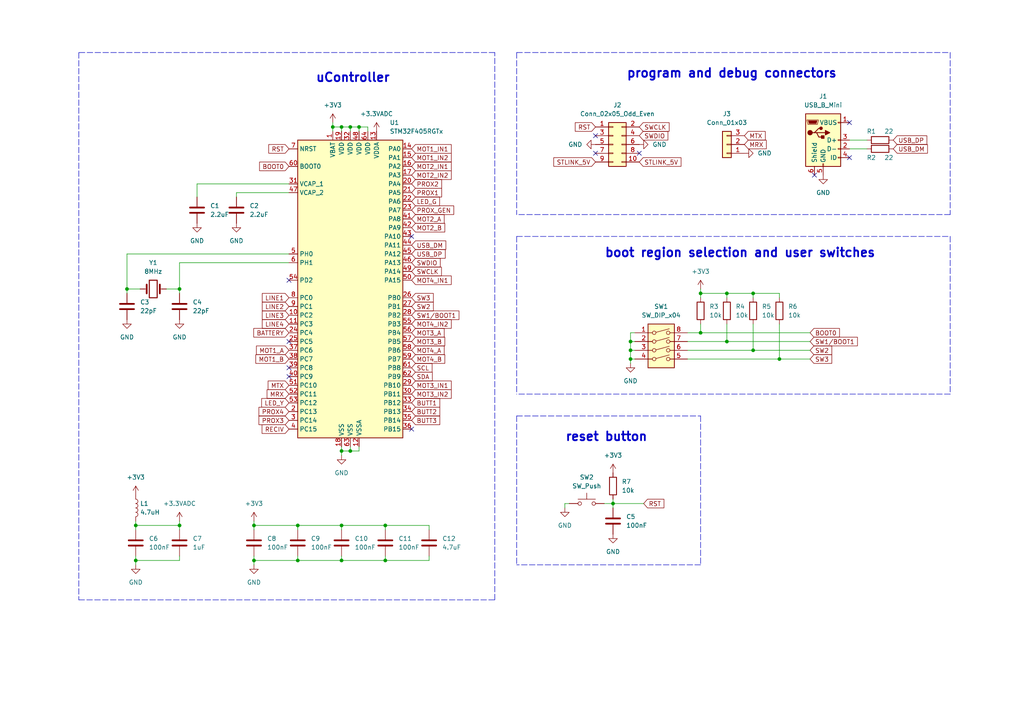
<source format=kicad_sch>
(kicad_sch (version 20211123) (generator eeschema)
  (paper "A4")
  (lib_symbols
    (symbol "Connector:USB_B_Mini" (pin_names (offset 1.016))
      (property "Reference" "J" (at -5.08 11.43 0))
      (property "Value" "USB_B_Mini" (at -5.08 8.89 0))
      (symbol "USB_B_Mini_0_1"
        (rectangle (start -5.08 -7.62) (end 5.08 7.62) (stroke (width 0.254)) (fill (type background)))
        (circle (center -3.81 2.159) (radius 0.635) (stroke (width 0.254)) (fill (type outline)))
        (circle (center -0.635 3.429) (radius 0.381) (stroke (width 0.254)) (fill (type outline)))
        (rectangle (start -0.127 -7.62) (end 0.127 -6.858))
        (polyline (pts (xy -1.905 2.159) (xy 0.635 2.159)) (stroke (width 0.254)))
        (polyline (pts (xy -3.175 2.159) (xy -2.54 2.159) (xy -1.27 3.429) (xy -0.635 3.429)) (stroke (width 0.254)))
        (polyline (pts (xy -2.54 2.159) (xy -1.905 2.159) (xy -1.27 0.889) (xy 0 0.889)) (stroke (width 0.254)))
        (polyline (pts (xy 0.635 2.794) (xy 0.635 1.524) (xy 1.905 2.159) (xy 0.635 2.794)) (stroke (width 0.254)) (fill (type outline)))
        (polyline (pts (xy -4.318 5.588) (xy -1.778 5.588) (xy -2.032 4.826) (xy -4.064 4.826) (xy -4.318 5.588)) (fill (type outline)))
        (polyline (pts (xy -4.699 5.842) (xy -4.699 5.588) (xy -4.445 4.826) (xy -4.445 4.572) (xy -1.651 4.572) (xy -1.651 4.826) (xy -1.397 5.588) (xy -1.397 5.842) (xy -4.699 5.842)))
        (rectangle (start 0.254 1.27) (end -0.508 0.508) (stroke (width 0.254)) (fill (type outline)))
        (rectangle (start 5.08 -5.207) (end 4.318 -4.953))
        (rectangle (start 5.08 -2.667) (end 4.318 -2.413))
        (rectangle (start 5.08 -0.127) (end 4.318 0.127))
        (rectangle (start 5.08 4.953) (end 4.318 5.207))
      )
      (symbol "USB_B_Mini_1_1"
        (pin power_out line (at 7.62 5.08 180) (length 2.54) (name "VBUS") (number "1"))
        (pin bidirectional line (at 7.62 -2.54 180) (length 2.54) (name "D-") (number "2"))
        (pin bidirectional line (at 7.62 0 180) (length 2.54) (name "D+") (number "3"))
        (pin passive line (at 7.62 -5.08 180) (length 2.54) (name "ID") (number "4"))
        (pin power_out line (at 0 -10.16 90) (length 2.54) (name "GND") (number "5"))
        (pin passive line (at -2.54 -10.16 90) (length 2.54) (name "Shield") (number "6"))
      )
    )
    (symbol "Connector_Generic:Conn_01x03" (pin_names (offset 1.016) hide)
      (property "Reference" "J" (at 0 5.08 0))
      (property "Value" "Conn_01x03" (at 0 -5.08 0))
      (symbol "Conn_01x03_1_1"
        (rectangle (start -1.27 -2.413) (end 0 -2.667) (stroke (width 0.1524)))
        (rectangle (start -1.27 0.127) (end 0 -0.127) (stroke (width 0.1524)))
        (rectangle (start -1.27 2.667) (end 0 2.413) (stroke (width 0.1524)))
        (rectangle (start -1.27 3.81) (end 1.27 -3.81) (stroke (width 0.254)) (fill (type background)))
        (pin passive line (at -5.08 2.54 0) (length 3.81) (name "Pin_1") (number "1"))
        (pin passive line (at -5.08 0 0) (length 3.81) (name "Pin_2") (number "2"))
        (pin passive line (at -5.08 -2.54 0) (length 3.81) (name "Pin_3") (number "3"))
      )
    )
    (symbol "Connector_Generic:Conn_02x05_Odd_Even" (pin_names (offset 1.016) hide)
      (property "Reference" "J" (at 1.27 7.62 0))
      (property "Value" "Conn_02x05_Odd_Even" (at 1.27 -7.62 0))
      (symbol "Conn_02x05_Odd_Even_1_1"
        (rectangle (start -1.27 -4.953) (end 0 -5.207) (stroke (width 0.1524)))
        (rectangle (start -1.27 -2.413) (end 0 -2.667) (stroke (width 0.1524)))
        (rectangle (start -1.27 0.127) (end 0 -0.127) (stroke (width 0.1524)))
        (rectangle (start -1.27 2.667) (end 0 2.413) (stroke (width 0.1524)))
        (rectangle (start -1.27 5.207) (end 0 4.953) (stroke (width 0.1524)))
        (rectangle (start -1.27 6.35) (end 3.81 -6.35) (stroke (width 0.254)) (fill (type background)))
        (rectangle (start 3.81 -4.953) (end 2.54 -5.207) (stroke (width 0.1524)))
        (rectangle (start 3.81 -2.413) (end 2.54 -2.667) (stroke (width 0.1524)))
        (rectangle (start 3.81 0.127) (end 2.54 -0.127) (stroke (width 0.1524)))
        (rectangle (start 3.81 2.667) (end 2.54 2.413) (stroke (width 0.1524)))
        (rectangle (start 3.81 5.207) (end 2.54 4.953) (stroke (width 0.1524)))
        (pin passive line (at -5.08 5.08 0) (length 3.81) (name "Pin_1") (number "1"))
        (pin passive line (at 7.62 -5.08 180) (length 3.81) (name "Pin_10") (number "10"))
        (pin passive line (at 7.62 5.08 180) (length 3.81) (name "Pin_2") (number "2"))
        (pin passive line (at -5.08 2.54 0) (length 3.81) (name "Pin_3") (number "3"))
        (pin passive line (at 7.62 2.54 180) (length 3.81) (name "Pin_4") (number "4"))
        (pin passive line (at -5.08 0 0) (length 3.81) (name "Pin_5") (number "5"))
        (pin passive line (at 7.62 0 180) (length 3.81) (name "Pin_6") (number "6"))
        (pin passive line (at -5.08 -2.54 0) (length 3.81) (name "Pin_7") (number "7"))
        (pin passive line (at 7.62 -2.54 180) (length 3.81) (name "Pin_8") (number "8"))
        (pin passive line (at -5.08 -5.08 0) (length 3.81) (name "Pin_9") (number "9"))
      )
    )
    (symbol "Device:C" (pin_numbers hide) (pin_names (offset 0.254))
      (property "Reference" "C" (at 0.635 2.54 0))
      (property "Value" "C" (at 0.635 -2.54 0))
      (symbol "C_0_1"
        (polyline (pts (xy -2.032 -0.762) (xy 2.032 -0.762)) (stroke (width 0.508)))
        (polyline (pts (xy -2.032 0.762) (xy 2.032 0.762)) (stroke (width 0.508)))
      )
      (symbol "C_1_1"
        (pin passive line (at 0 3.81 270) (length 2.794) (name "~") (number "1"))
        (pin passive line (at 0 -3.81 90) (length 2.794) (name "~") (number "2"))
      )
    )
    (symbol "Device:Crystal" (pin_numbers hide) (pin_names (offset 1.016) hide)
      (property "Reference" "Y" (at 0 3.81 0))
      (property "Value" "Crystal" (at 0 -3.81 0))
      (symbol "Crystal_0_1"
        (rectangle (start -1.143 2.54) (end 1.143 -2.54) (stroke (width 0.3048)))
        (polyline (pts (xy -2.54 0) (xy -1.905 0)))
        (polyline (pts (xy -1.905 -1.27) (xy -1.905 1.27)) (stroke (width 0.508)))
        (polyline (pts (xy 1.905 -1.27) (xy 1.905 1.27)) (stroke (width 0.508)))
        (polyline (pts (xy 2.54 0) (xy 1.905 0)))
      )
      (symbol "Crystal_1_1"
        (pin passive line (at -3.81 0 0) (length 1.27) (name "1") (number "1"))
        (pin passive line (at 3.81 0 180) (length 1.27) (name "2") (number "2"))
      )
    )
    (symbol "Device:L" (pin_numbers hide) (pin_names (offset 1.016) hide)
      (property "Reference" "L" (at -1.27 0 90))
      (property "Value" "L" (at 1.905 0 90))
      (symbol "L_0_1"
        (arc (start 0 -2.54) (mid 0.635 -1.905) (end 0 -1.27))
        (arc (start 0 -1.27) (mid 0.635 -0.635) (end 0 0))
        (arc (start 0 0) (mid 0.635 0.635) (end 0 1.27))
        (arc (start 0 1.27) (mid 0.635 1.905) (end 0 2.54))
      )
      (symbol "L_1_1"
        (pin passive line (at 0 3.81 270) (length 1.27) (name "1") (number "1"))
        (pin passive line (at 0 -3.81 90) (length 1.27) (name "2") (number "2"))
      )
    )
    (symbol "Device:R" (pin_numbers hide) (pin_names (offset 0))
      (property "Reference" "R" (at 2.032 0 90))
      (property "Value" "R" (at 0 0 90))
      (symbol "R_0_1"
        (rectangle (start -1.016 -2.54) (end 1.016 2.54) (stroke (width 0.254)))
      )
      (symbol "R_1_1"
        (pin passive line (at 0 3.81 270) (length 1.27) (name "~") (number "1"))
        (pin passive line (at 0 -3.81 90) (length 1.27) (name "~") (number "2"))
      )
    )
    (symbol "MCU_ST_STM32F4:STM32F405RGTx"
      (property "Reference" "U" (at -15.24 44.45 0))
      (property "Value" "STM32F405RGTx" (at 10.16 44.45 0))
      (symbol "STM32F405RGTx_0_1"
        (rectangle (start -15.24 -43.18) (end 15.24 43.18) (stroke (width 0.254)) (fill (type background)))
      )
      (symbol "STM32F405RGTx_1_1"
        (pin power_in line (at -5.08 45.72 270) (length 2.54) (name "VBAT") (number "1"))
        (pin bidirectional line (at -17.78 -7.62 0) (length 2.54) (name "PC2") (number "10"))
        (pin bidirectional line (at -17.78 -10.16 0) (length 2.54) (name "PC3") (number "11"))
        (pin power_in line (at 2.54 -45.72 90) (length 2.54) (name "VSSA") (number "12"))
        (pin power_in line (at 7.62 45.72 270) (length 2.54) (name "VDDA") (number "13"))
        (pin bidirectional line (at 17.78 40.64 180) (length 2.54) (name "PA0") (number "14"))
        (pin bidirectional line (at 17.78 38.1 180) (length 2.54) (name "PA1") (number "15"))
        (pin bidirectional line (at 17.78 35.56 180) (length 2.54) (name "PA2") (number "16"))
        (pin bidirectional line (at 17.78 33.02 180) (length 2.54) (name "PA3") (number "17"))
        (pin power_in line (at -2.54 -45.72 90) (length 2.54) (name "VSS") (number "18"))
        (pin power_in line (at -2.54 45.72 270) (length 2.54) (name "VDD") (number "19"))
        (pin bidirectional line (at -17.78 -35.56 0) (length 2.54) (name "PC13") (number "2"))
        (pin bidirectional line (at 17.78 30.48 180) (length 2.54) (name "PA4") (number "20"))
        (pin bidirectional line (at 17.78 27.94 180) (length 2.54) (name "PA5") (number "21"))
        (pin bidirectional line (at 17.78 25.4 180) (length 2.54) (name "PA6") (number "22"))
        (pin bidirectional line (at 17.78 22.86 180) (length 2.54) (name "PA7") (number "23"))
        (pin bidirectional line (at -17.78 -12.7 0) (length 2.54) (name "PC4") (number "24"))
        (pin bidirectional line (at -17.78 -15.24 0) (length 2.54) (name "PC5") (number "25"))
        (pin bidirectional line (at 17.78 -2.54 180) (length 2.54) (name "PB0") (number "26"))
        (pin bidirectional line (at 17.78 -5.08 180) (length 2.54) (name "PB1") (number "27"))
        (pin bidirectional line (at 17.78 -7.62 180) (length 2.54) (name "PB2") (number "28"))
        (pin bidirectional line (at 17.78 -27.94 180) (length 2.54) (name "PB10") (number "29"))
        (pin bidirectional line (at -17.78 -38.1 0) (length 2.54) (name "PC14") (number "3"))
        (pin bidirectional line (at 17.78 -30.48 180) (length 2.54) (name "PB11") (number "30"))
        (pin power_in line (at -17.78 30.48 0) (length 2.54) (name "VCAP_1") (number "31"))
        (pin power_in line (at 0 45.72 270) (length 2.54) (name "VDD") (number "32"))
        (pin bidirectional line (at 17.78 -33.02 180) (length 2.54) (name "PB12") (number "33"))
        (pin bidirectional line (at 17.78 -35.56 180) (length 2.54) (name "PB13") (number "34"))
        (pin bidirectional line (at 17.78 -38.1 180) (length 2.54) (name "PB14") (number "35"))
        (pin bidirectional line (at 17.78 -40.64 180) (length 2.54) (name "PB15") (number "36"))
        (pin bidirectional line (at -17.78 -17.78 0) (length 2.54) (name "PC6") (number "37"))
        (pin bidirectional line (at -17.78 -20.32 0) (length 2.54) (name "PC7") (number "38"))
        (pin bidirectional line (at -17.78 -22.86 0) (length 2.54) (name "PC8") (number "39"))
        (pin bidirectional line (at -17.78 -40.64 0) (length 2.54) (name "PC15") (number "4"))
        (pin bidirectional line (at -17.78 -25.4 0) (length 2.54) (name "PC9") (number "40"))
        (pin bidirectional line (at 17.78 20.32 180) (length 2.54) (name "PA8") (number "41"))
        (pin bidirectional line (at 17.78 17.78 180) (length 2.54) (name "PA9") (number "42"))
        (pin bidirectional line (at 17.78 15.24 180) (length 2.54) (name "PA10") (number "43"))
        (pin bidirectional line (at 17.78 12.7 180) (length 2.54) (name "PA11") (number "44"))
        (pin bidirectional line (at 17.78 10.16 180) (length 2.54) (name "PA12") (number "45"))
        (pin bidirectional line (at 17.78 7.62 180) (length 2.54) (name "PA13") (number "46"))
        (pin power_in line (at -17.78 27.94 0) (length 2.54) (name "VCAP_2") (number "47"))
        (pin power_in line (at 2.54 45.72 270) (length 2.54) (name "VDD") (number "48"))
        (pin bidirectional line (at 17.78 5.08 180) (length 2.54) (name "PA14") (number "49"))
        (pin input line (at -17.78 10.16 0) (length 2.54) (name "PH0") (number "5"))
        (pin bidirectional line (at 17.78 2.54 180) (length 2.54) (name "PA15") (number "50"))
        (pin bidirectional line (at -17.78 -27.94 0) (length 2.54) (name "PC10") (number "51"))
        (pin bidirectional line (at -17.78 -30.48 0) (length 2.54) (name "PC11") (number "52"))
        (pin bidirectional line (at -17.78 -33.02 0) (length 2.54) (name "PC12") (number "53"))
        (pin bidirectional line (at -17.78 2.54 0) (length 2.54) (name "PD2") (number "54"))
        (pin bidirectional line (at 17.78 -10.16 180) (length 2.54) (name "PB3") (number "55"))
        (pin bidirectional line (at 17.78 -12.7 180) (length 2.54) (name "PB4") (number "56"))
        (pin bidirectional line (at 17.78 -15.24 180) (length 2.54) (name "PB5") (number "57"))
        (pin bidirectional line (at 17.78 -17.78 180) (length 2.54) (name "PB6") (number "58"))
        (pin bidirectional line (at 17.78 -20.32 180) (length 2.54) (name "PB7") (number "59"))
        (pin input line (at -17.78 7.62 0) (length 2.54) (name "PH1") (number "6"))
        (pin input line (at -17.78 35.56 0) (length 2.54) (name "BOOT0") (number "60"))
        (pin bidirectional line (at 17.78 -22.86 180) (length 2.54) (name "PB8") (number "61"))
        (pin bidirectional line (at 17.78 -25.4 180) (length 2.54) (name "PB9") (number "62"))
        (pin power_in line (at 0 -45.72 90) (length 2.54) (name "VSS") (number "63"))
        (pin power_in line (at 5.08 45.72 270) (length 2.54) (name "VDD") (number "64"))
        (pin input line (at -17.78 40.64 0) (length 2.54) (name "NRST") (number "7"))
        (pin bidirectional line (at -17.78 -2.54 0) (length 2.54) (name "PC0") (number "8"))
        (pin bidirectional line (at -17.78 -5.08 0) (length 2.54) (name "PC1") (number "9"))
      )
    )
    (symbol "Switch:SW_DIP_x04" (pin_names (offset 0) hide)
      (property "Reference" "SW" (at 0 8.89 0))
      (property "Value" "SW_DIP_x04" (at 0 -6.35 0))
      (symbol "SW_DIP_x04_0_0"
        (circle (center -2.032 -2.54) (radius 0.508))
        (circle (center -2.032 0) (radius 0.508))
        (circle (center -2.032 2.54) (radius 0.508))
        (circle (center -2.032 5.08) (radius 0.508))
        (polyline (pts (xy -1.524 -2.3876) (xy 2.3622 -1.3462)))
        (polyline (pts (xy -1.524 0.127) (xy 2.3622 1.1684)))
        (polyline (pts (xy -1.524 2.667) (xy 2.3622 3.7084)))
        (polyline (pts (xy -1.524 5.207) (xy 2.3622 6.2484)))
        (circle (center 2.032 -2.54) (radius 0.508))
        (circle (center 2.032 0) (radius 0.508))
        (circle (center 2.032 2.54) (radius 0.508))
        (circle (center 2.032 5.08) (radius 0.508))
      )
      (symbol "SW_DIP_x04_0_1"
        (rectangle (start -3.81 7.62) (end 3.81 -5.08) (stroke (width 0.254)) (fill (type background)))
      )
      (symbol "SW_DIP_x04_1_1"
        (pin passive line (at -7.62 5.08 0) (length 5.08) (name "~") (number "1"))
        (pin passive line (at -7.62 2.54 0) (length 5.08) (name "~") (number "2"))
        (pin passive line (at -7.62 0 0) (length 5.08) (name "~") (number "3"))
        (pin passive line (at -7.62 -2.54 0) (length 5.08) (name "~") (number "4"))
        (pin passive line (at 7.62 -2.54 180) (length 5.08) (name "~") (number "5"))
        (pin passive line (at 7.62 0 180) (length 5.08) (name "~") (number "6"))
        (pin passive line (at 7.62 2.54 180) (length 5.08) (name "~") (number "7"))
        (pin passive line (at 7.62 5.08 180) (length 5.08) (name "~") (number "8"))
      )
    )
    (symbol "Switch:SW_Push" (pin_numbers hide) (pin_names (offset 1.016) hide)
      (property "Reference" "SW" (at 1.27 2.54 0))
      (property "Value" "SW_Push" (at 0 -1.524 0))
      (symbol "SW_Push_0_1"
        (circle (center -2.032 0) (radius 0.508))
        (polyline (pts (xy 0 1.27) (xy 0 3.048)))
        (polyline (pts (xy 2.54 1.27) (xy -2.54 1.27)))
        (circle (center 2.032 0) (radius 0.508))
        (pin passive line (at -5.08 0 0) (length 2.54) (name "1") (number "1"))
        (pin passive line (at 5.08 0 180) (length 2.54) (name "2") (number "2"))
      )
    )
    (symbol "power:+3.3V" (power) (pin_names (offset 0))
      (property "Value" "+3.3V" (at 0 3.556 0))
      (symbol "+3.3V_0_1"
        (polyline (pts (xy -0.762 1.27) (xy 0 2.54)))
        (polyline (pts (xy 0 0) (xy 0 2.54)))
        (polyline (pts (xy 0 2.54) (xy 0.762 1.27)))
      )
      (symbol "+3.3V_1_1"
        (pin power_in line (at 0 0 90) (length 0) hide (name "+3V3") (number "1"))
      )
    )
    (symbol "power:+3.3VADC" (power) (pin_names (offset 0))
      (property "Value" "+3.3VADC" (at 0 2.54 0))
      (symbol "+3.3VADC_0_0"
        (pin power_in line (at 0 0 90) (length 0) hide (name "+3.3VADC") (number "1"))
      )
      (symbol "+3.3VADC_0_1"
        (polyline (pts (xy -0.762 1.27) (xy 0 2.54)))
        (polyline (pts (xy 0 0) (xy 0 2.54)))
        (polyline (pts (xy 0 2.54) (xy 0.762 1.27)))
      )
    )
    (symbol "power:GND" (power) (pin_names (offset 0))
      (property "Value" "GND" (at 0 -3.81 0))
      (symbol "GND_0_1"
        (polyline (pts (xy 0 0) (xy 0 -1.27) (xy 1.27 -1.27) (xy 0 -2.54) (xy -1.27 -1.27) (xy 0 -1.27)))
      )
      (symbol "GND_1_1"
        (pin power_in line (at 0 0 270) (length 0) hide (name "GND") (number "1"))
      )
    )
  )
  (junction (at 52.07 83.82))
  (junction (at 99.06 162.56))
  (junction (at 182.88 99.06))
  (junction (at 86.36 152.4))
  (junction (at 218.44 85.09))
  (junction (at 99.06 152.4))
  (junction (at 101.6 130.81))
  (junction (at 210.82 99.06))
  (junction (at 203.2 96.52))
  (junction (at 203.2 85.09))
  (junction (at 177.8 146.05))
  (junction (at 99.06 130.81))
  (junction (at 73.66 162.56))
  (junction (at 39.37 162.56))
  (junction (at 39.37 152.4))
  (junction (at 99.06 36.83))
  (junction (at 182.88 104.14))
  (junction (at 52.07 152.4))
  (junction (at 111.76 162.56))
  (junction (at 101.6 36.83))
  (junction (at 210.82 85.09))
  (junction (at 226.06 104.14))
  (junction (at 111.76 152.4))
  (junction (at 218.44 101.6))
  (junction (at 36.83 83.82))
  (junction (at 182.88 101.6))
  (junction (at 96.52 36.83))
  (junction (at 73.66 152.4))
  (junction (at 104.14 36.83))
  (junction (at 86.36 162.56))
  (no_connect (at 236.22 50.8))
  (no_connect (at 83.82 99.06))
  (no_connect (at 119.38 68.58))
  (no_connect (at 172.72 39.37))
  (no_connect (at 185.42 44.45))
  (no_connect (at 172.72 44.45))
  (no_connect (at 119.38 124.46))
  (no_connect (at 246.38 45.72))
  (no_connect (at 246.38 35.56))
  (no_connect (at 83.82 109.22))
  (no_connect (at 83.82 106.68))
  (no_connect (at 83.82 81.28))
  (polyline (pts (xy 203.2 120.65) (xy 203.2 163.83)))
  (wire (pts (xy 199.39 104.14) (xy 226.06 104.14)))
  (wire (pts (xy 182.88 104.14) (xy 182.88 101.6)))
  (wire (pts (xy 203.2 85.09) (xy 210.82 85.09)))
  (wire (pts (xy 182.88 105.41) (xy 182.88 104.14)))
  (wire (pts (xy 52.07 161.29) (xy 52.07 162.56)))
  (wire (pts (xy 99.06 152.4) (xy 99.06 153.67)))
  (wire (pts (xy 101.6 36.83) (xy 104.14 36.83)))
  (wire (pts (xy 210.82 85.09) (xy 210.82 86.36)))
  (wire (pts (xy 210.82 85.09) (xy 218.44 85.09)))
  (polyline (pts (xy 275.59 15.24) (xy 275.59 62.23)))
  (wire (pts (xy 52.07 83.82) (xy 52.07 85.09)))
  (wire (pts (xy 218.44 85.09) (xy 226.06 85.09)))
  (polyline (pts (xy 203.2 163.83) (xy 149.86 163.83)))
  (wire (pts (xy 52.07 151.13) (xy 52.07 152.4)))
  (polyline (pts (xy 149.86 68.58) (xy 275.59 68.58)))
  (wire (pts (xy 68.58 57.15) (xy 68.58 55.88)))
  (wire (pts (xy 163.83 146.05) (xy 165.1 146.05)))
  (wire (pts (xy 182.88 99.06) (xy 182.88 96.52)))
  (wire (pts (xy 218.44 101.6) (xy 218.44 93.98)))
  (wire (pts (xy 73.66 151.13) (xy 73.66 152.4)))
  (polyline (pts (xy 275.59 114.3) (xy 149.86 114.3)))
  (wire (pts (xy 111.76 152.4) (xy 111.76 153.67)))
  (wire (pts (xy 48.26 83.82) (xy 52.07 83.82)))
  (wire (pts (xy 104.14 36.83) (xy 106.68 36.83)))
  (wire (pts (xy 218.44 85.09) (xy 218.44 86.36)))
  (polyline (pts (xy 22.86 15.24) (xy 22.86 173.99)))
  (wire (pts (xy 182.88 104.14) (xy 184.15 104.14)))
  (wire (pts (xy 111.76 152.4) (xy 124.46 152.4)))
  (polyline (pts (xy 143.51 15.24) (xy 22.86 15.24)))
  (wire (pts (xy 101.6 36.83) (xy 101.6 38.1)))
  (wire (pts (xy 52.07 152.4) (xy 52.07 153.67)))
  (wire (pts (xy 182.88 96.52) (xy 184.15 96.52)))
  (wire (pts (xy 73.66 161.29) (xy 73.66 162.56)))
  (wire (pts (xy 36.83 83.82) (xy 40.64 83.82)))
  (wire (pts (xy 99.06 161.29) (xy 99.06 162.56)))
  (wire (pts (xy 124.46 161.29) (xy 124.46 162.56)))
  (wire (pts (xy 226.06 104.14) (xy 234.95 104.14)))
  (wire (pts (xy 36.83 73.66) (xy 36.83 83.82)))
  (wire (pts (xy 111.76 161.29) (xy 111.76 162.56)))
  (wire (pts (xy 39.37 151.13) (xy 39.37 152.4)))
  (wire (pts (xy 101.6 130.81) (xy 104.14 130.81)))
  (wire (pts (xy 96.52 36.83) (xy 99.06 36.83)))
  (polyline (pts (xy 149.86 120.65) (xy 149.86 163.83)))
  (wire (pts (xy 86.36 152.4) (xy 86.36 153.67)))
  (wire (pts (xy 124.46 162.56) (xy 111.76 162.56)))
  (wire (pts (xy 177.8 146.05) (xy 177.8 147.32)))
  (wire (pts (xy 106.68 36.83) (xy 106.68 38.1)))
  (wire (pts (xy 99.06 162.56) (xy 86.36 162.56)))
  (wire (pts (xy 73.66 162.56) (xy 73.66 163.83)))
  (wire (pts (xy 39.37 152.4) (xy 39.37 153.67)))
  (wire (pts (xy 83.82 73.66) (xy 36.83 73.66)))
  (wire (pts (xy 203.2 85.09) (xy 203.2 86.36)))
  (wire (pts (xy 96.52 36.83) (xy 96.52 38.1)))
  (wire (pts (xy 163.83 147.32) (xy 163.83 146.05)))
  (wire (pts (xy 39.37 162.56) (xy 52.07 162.56)))
  (wire (pts (xy 86.36 162.56) (xy 73.66 162.56)))
  (wire (pts (xy 203.2 93.98) (xy 203.2 96.52)))
  (wire (pts (xy 199.39 101.6) (xy 218.44 101.6)))
  (wire (pts (xy 73.66 152.4) (xy 73.66 153.67)))
  (wire (pts (xy 83.82 53.34) (xy 57.15 53.34)))
  (wire (pts (xy 96.52 35.56) (xy 96.52 36.83)))
  (wire (pts (xy 52.07 83.82) (xy 52.07 76.2)))
  (wire (pts (xy 99.06 129.54) (xy 99.06 130.81)))
  (wire (pts (xy 251.46 40.64) (xy 246.38 40.64)))
  (wire (pts (xy 182.88 101.6) (xy 182.88 99.06)))
  (polyline (pts (xy 275.59 62.23) (xy 149.86 62.23)))
  (polyline (pts (xy 149.86 120.65) (xy 203.2 120.65)))
  (wire (pts (xy 177.8 144.78) (xy 177.8 146.05)))
  (wire (pts (xy 226.06 85.09) (xy 226.06 86.36)))
  (wire (pts (xy 182.88 99.06) (xy 184.15 99.06)))
  (wire (pts (xy 210.82 93.98) (xy 210.82 99.06)))
  (wire (pts (xy 86.36 161.29) (xy 86.36 162.56)))
  (wire (pts (xy 39.37 161.29) (xy 39.37 162.56)))
  (polyline (pts (xy 22.86 173.99) (xy 143.51 173.99)))
  (polyline (pts (xy 149.86 15.24) (xy 149.86 62.23)))
  (wire (pts (xy 104.14 36.83) (xy 104.14 38.1)))
  (wire (pts (xy 52.07 76.2) (xy 83.82 76.2)))
  (wire (pts (xy 101.6 129.54) (xy 101.6 130.81)))
  (wire (pts (xy 99.06 36.83) (xy 99.06 38.1)))
  (polyline (pts (xy 275.59 68.58) (xy 275.59 114.3)))
  (wire (pts (xy 203.2 96.52) (xy 234.95 96.52)))
  (wire (pts (xy 39.37 162.56) (xy 39.37 163.83)))
  (wire (pts (xy 99.06 130.81) (xy 99.06 132.08)))
  (wire (pts (xy 199.39 96.52) (xy 203.2 96.52)))
  (wire (pts (xy 86.36 152.4) (xy 99.06 152.4)))
  (wire (pts (xy 99.06 152.4) (xy 111.76 152.4)))
  (wire (pts (xy 104.14 129.54) (xy 104.14 130.81)))
  (polyline (pts (xy 149.86 15.24) (xy 275.59 15.24)))
  (wire (pts (xy 199.39 99.06) (xy 210.82 99.06)))
  (wire (pts (xy 111.76 162.56) (xy 99.06 162.56)))
  (polyline (pts (xy 143.51 173.99) (xy 143.51 15.24)))
  (polyline (pts (xy 149.86 68.58) (xy 149.86 114.3)))
  (wire (pts (xy 73.66 152.4) (xy 86.36 152.4)))
  (wire (pts (xy 124.46 152.4) (xy 124.46 153.67)))
  (wire (pts (xy 218.44 101.6) (xy 234.95 101.6)))
  (wire (pts (xy 99.06 130.81) (xy 101.6 130.81)))
  (wire (pts (xy 99.06 36.83) (xy 101.6 36.83)))
  (wire (pts (xy 251.46 43.18) (xy 246.38 43.18)))
  (wire (pts (xy 68.58 55.88) (xy 83.82 55.88)))
  (wire (pts (xy 175.26 146.05) (xy 177.8 146.05)))
  (wire (pts (xy 203.2 83.82) (xy 203.2 85.09)))
  (wire (pts (xy 226.06 104.14) (xy 226.06 93.98)))
  (wire (pts (xy 36.83 83.82) (xy 36.83 85.09)))
  (wire (pts (xy 177.8 146.05) (xy 186.69 146.05)))
  (wire (pts (xy 182.88 101.6) (xy 184.15 101.6)))
  (wire (pts (xy 210.82 99.06) (xy 234.95 99.06)))
  (wire (pts (xy 57.15 53.34) (xy 57.15 57.15)))
  (wire (pts (xy 39.37 152.4) (xy 52.07 152.4)))
  (text "uController" (at 91.44 24.13 0) (effects (font (size 2.54 2.54) (thickness 0.508) bold) (justify left bottom)))
  (text "reset button" (at 163.83 128.27 0) (effects (font (size 2.54 2.54) (thickness 0.508) bold) (justify left bottom)))
  (text "program and debug connectors" (at 181.61 22.86 0) (effects (font (size 2.54 2.54) (thickness 0.508) bold) (justify left bottom)))
  (text "boot region selection and user switches" (at 175.26 74.93 0) (effects (font (size 2.54 2.54) (thickness 0.508) bold) (justify left bottom)))
  (global_label "PROX_GEN" (shape input) (at 119.38 60.96 0) (property "Intersheet References" "${INTERSHEET_REFS}" (effects hide)))
  (global_label "SW1{slash}BOOT1" (shape input) (at 119.38 91.44 0) (property "Intersheet References" "${INTERSHEET_REFS}" (effects hide)))
  (global_label "PROX4" (shape input) (at 83.82 119.38 180) (property "Intersheet References" "${INTERSHEET_REFS}" (effects hide)))
  (global_label "MOT4_A" (shape input) (at 119.38 101.6 0) (property "Intersheet References" "${INTERSHEET_REFS}" (effects hide)))
  (global_label "USB_DP" (shape input) (at 119.38 73.66 0) (property "Intersheet References" "${INTERSHEET_REFS}" (effects hide)))
  (global_label "SW2" (shape input) (at 234.95 101.6 0) (property "Intersheet References" "${INTERSHEET_REFS}" (effects hide)))
  (global_label "MOT4_B" (shape input) (at 119.38 104.14 0) (property "Intersheet References" "${INTERSHEET_REFS}" (effects hide)))
  (global_label "USB_DM" (shape input) (at 259.08 43.18 0) (property "Intersheet References" "${INTERSHEET_REFS}" (effects hide)))
  (global_label "LINE3" (shape input) (at 83.82 91.44 180) (property "Intersheet References" "${INTERSHEET_REFS}" (effects hide)))
  (global_label "MOT2_IN2" (shape input) (at 119.38 50.8 0) (property "Intersheet References" "${INTERSHEET_REFS}" (effects hide)))
  (global_label "SCL" (shape input) (at 119.38 106.68 0) (property "Intersheet References" "${INTERSHEET_REFS}" (effects hide)))
  (global_label "MTX" (shape input) (at 83.82 111.76 180) (property "Intersheet References" "${INTERSHEET_REFS}" (effects hide)))
  (global_label "SW2" (shape input) (at 119.38 88.9 0) (property "Intersheet References" "${INTERSHEET_REFS}" (effects hide)))
  (global_label "LINE2" (shape input) (at 83.82 88.9 180) (property "Intersheet References" "${INTERSHEET_REFS}" (effects hide)))
  (global_label "MRX" (shape input) (at 83.82 114.3 180) (property "Intersheet References" "${INTERSHEET_REFS}" (effects hide)))
  (global_label "MOT1_IN2" (shape input) (at 119.38 45.72 0) (property "Intersheet References" "${INTERSHEET_REFS}" (effects hide)))
  (global_label "SWCLK" (shape input) (at 185.42 36.83 0) (property "Intersheet References" "${INTERSHEET_REFS}" (effects hide)))
  (global_label "BUTT3" (shape input) (at 119.38 121.92 0) (property "Intersheet References" "${INTERSHEET_REFS}" (effects hide)))
  (global_label "LED_Y" (shape input) (at 83.82 116.84 180) (property "Intersheet References" "${INTERSHEET_REFS}" (effects hide)))
  (global_label "SW1{slash}BOOT1" (shape input) (at 234.95 99.06 0) (property "Intersheet References" "${INTERSHEET_REFS}" (effects hide)))
  (global_label "BOOT0" (shape input) (at 234.95 96.52 0) (property "Intersheet References" "${INTERSHEET_REFS}" (effects hide)))
  (global_label "MOT3_B" (shape input) (at 119.38 99.06 0) (property "Intersheet References" "${INTERSHEET_REFS}" (effects hide)))
  (global_label "PROX3" (shape input) (at 83.82 121.92 180) (property "Intersheet References" "${INTERSHEET_REFS}" (effects hide)))
  (global_label "MOT2_A" (shape input) (at 119.38 63.5 0) (property "Intersheet References" "${INTERSHEET_REFS}" (effects hide)))
  (global_label "SWCLK" (shape input) (at 119.38 78.74 0) (property "Intersheet References" "${INTERSHEET_REFS}" (effects hide)))
  (global_label "MOT4_IN1" (shape input) (at 119.38 81.28 0) (property "Intersheet References" "${INTERSHEET_REFS}" (effects hide)))
  (global_label "MOT3_A" (shape input) (at 119.38 96.52 0) (property "Intersheet References" "${INTERSHEET_REFS}" (effects hide)))
  (global_label "SW3" (shape input) (at 234.95 104.14 0) (property "Intersheet References" "${INTERSHEET_REFS}" (effects hide)))
  (global_label "PROX1" (shape input) (at 119.38 55.88 0) (property "Intersheet References" "${INTERSHEET_REFS}" (effects hide)))
  (global_label "SDA" (shape input) (at 119.38 109.22 0) (property "Intersheet References" "${INTERSHEET_REFS}" (effects hide)))
  (global_label "MOT4_IN2" (shape input) (at 119.38 93.98 0) (property "Intersheet References" "${INTERSHEET_REFS}" (effects hide)))
  (global_label "SWDIO" (shape input) (at 119.38 76.2 0) (property "Intersheet References" "${INTERSHEET_REFS}" (effects hide)))
  (global_label "MOT3_IN2" (shape input) (at 119.38 114.3 0) (property "Intersheet References" "${INTERSHEET_REFS}" (effects hide)))
  (global_label "BOOT0" (shape input) (at 83.82 48.26 180) (property "Intersheet References" "${INTERSHEET_REFS}" (effects hide)))
  (global_label "SWDIO" (shape input) (at 185.42 39.37 0) (property "Intersheet References" "${INTERSHEET_REFS}" (effects hide)))
  (global_label "MOT2_IN1" (shape input) (at 119.38 48.26 0) (property "Intersheet References" "${INTERSHEET_REFS}" (effects hide)))
  (global_label "MOT3_IN1" (shape input) (at 119.38 111.76 0) (property "Intersheet References" "${INTERSHEET_REFS}" (effects hide)))
  (global_label "PROX2" (shape input) (at 119.38 53.34 0) (property "Intersheet References" "${INTERSHEET_REFS}" (effects hide)))
  (global_label "RST" (shape input) (at 172.72 36.83 180) (property "Intersheet References" "${INTERSHEET_REFS}" (effects hide)))
  (global_label "BATTERY" (shape input) (at 83.82 96.52 180) (property "Intersheet References" "${INTERSHEET_REFS}" (effects hide)))
  (global_label "MOT2_B" (shape input) (at 119.38 66.04 0) (property "Intersheet References" "${INTERSHEET_REFS}" (effects hide)))
  (global_label "USB_DM" (shape input) (at 119.38 71.12 0) (property "Intersheet References" "${INTERSHEET_REFS}" (effects hide)))
  (global_label "MRX" (shape input) (at 215.9 41.91 0) (property "Intersheet References" "${INTERSHEET_REFS}" (effects hide)))
  (global_label "MOT1_A" (shape input) (at 83.82 101.6 180) (property "Intersheet References" "${INTERSHEET_REFS}" (effects hide)))
  (global_label "RST" (shape input) (at 186.69 146.05 0) (property "Intersheet References" "${INTERSHEET_REFS}" (effects hide)))
  (global_label "STLINK_5V" (shape input) (at 185.42 46.99 0) (property "Intersheet References" "${INTERSHEET_REFS}" (effects hide)))
  (global_label "SW3" (shape input) (at 119.38 86.36 0) (property "Intersheet References" "${INTERSHEET_REFS}" (effects hide)))
  (global_label "STLINK_5V" (shape input) (at 172.72 46.99 180) (property "Intersheet References" "${INTERSHEET_REFS}" (effects hide)))
  (global_label "BUTT2" (shape input) (at 119.38 119.38 0) (property "Intersheet References" "${INTERSHEET_REFS}" (effects hide)))
  (global_label "RECIV" (shape input) (at 83.82 124.46 180) (property "Intersheet References" "${INTERSHEET_REFS}" (effects hide)))
  (global_label "LED_G" (shape input) (at 119.38 58.42 0) (property "Intersheet References" "${INTERSHEET_REFS}" (effects hide)))
  (global_label "MOT1_IN1" (shape input) (at 119.38 43.18 0) (property "Intersheet References" "${INTERSHEET_REFS}" (effects hide)))
  (global_label "USB_DP" (shape input) (at 259.08 40.64 0) (property "Intersheet References" "${INTERSHEET_REFS}" (effects hide)))
  (global_label "LINE1" (shape input) (at 83.82 86.36 180) (property "Intersheet References" "${INTERSHEET_REFS}" (effects hide)))
  (global_label "MTX" (shape input) (at 215.9 39.37 0) (property "Intersheet References" "${INTERSHEET_REFS}" (effects hide)))
  (global_label "RST" (shape input) (at 83.82 43.18 180) (property "Intersheet References" "${INTERSHEET_REFS}" (effects hide)))
  (global_label "LINE4" (shape input) (at 83.82 93.98 180) (property "Intersheet References" "${INTERSHEET_REFS}" (effects hide)))
  (global_label "BUTT1" (shape input) (at 119.38 116.84 0) (property "Intersheet References" "${INTERSHEET_REFS}" (effects hide)))
  (global_label "MOT1_B" (shape input) (at 83.82 104.14 180) (property "Intersheet References" "${INTERSHEET_REFS}" (effects hide)))
  (symbol (lib_id "power:GND") (at 163.83 147.32 0) (unit 1)
    (property "Reference" "#PWR016" (effects hide))
    (property "Value" "GND" (at 163.83 152.4 0))
  )
  (symbol (lib_id "power:GND") (at 57.15 64.77 0) (unit 1)
    (property "Reference" "#PWR07" (effects hide))
    (property "Value" "GND" (at 57.15 69.85 0))
  )
  (symbol (lib_id "power:+3.3V") (at 177.8 137.16 0) (unit 1)
    (property "Reference" "#PWR014" (effects hide))
    (property "Value" "+3.3V" (at 177.8 132.08 0))
  )
  (symbol (lib_id "Connector:USB_B_Mini") (at 238.76 40.64 0) (unit 1)
    (property "Reference" "J1" (at 238.76 27.94 0))
    (property "Value" "USB_B_Mini" (at 238.76 30.48 0))
  )
  (symbol (lib_id "power:+3.3V") (at 73.66 151.13 0) (unit 1)
    (property "Reference" "#PWR018" (effects hide))
    (property "Value" "+3.3V" (at 73.66 146.05 0))
  )
  (symbol (lib_id "Device:C") (at 52.07 157.48 0) (unit 1)
    (property "Reference" "C7" (at 55.88 156.2099 0) (effects (justify left)))
    (property "Value" "1uF" (at 55.88 158.7499 0) (effects (justify left)))
  )
  (symbol (lib_id "Device:C") (at 124.46 157.48 0) (unit 1)
    (property "Reference" "C12" (at 128.27 156.2099 0) (effects (justify left)))
    (property "Value" "4.7uF" (at 128.27 158.7499 0) (effects (justify left)))
  )
  (symbol (lib_id "Switch:SW_Push") (at 170.18 146.05 0) (unit 1)
    (property "Reference" "SW2" (at 170.18 138.43 0))
    (property "Value" "SW_Push" (at 170.18 140.97 0))
  )
  (symbol (lib_id "Device:R") (at 177.8 140.97 0) (unit 1)
    (property "Reference" "R7" (at 180.34 139.6999 0) (effects (justify left)))
    (property "Value" "10k" (at 180.34 142.2399 0) (effects (justify left)))
  )
  (symbol (lib_id "power:GND") (at 182.88 105.41 0) (unit 1)
    (property "Reference" "#PWR012" (effects hide))
    (property "Value" "GND" (at 182.88 110.49 0))
  )
  (symbol (lib_id "Device:R") (at 218.44 90.17 0) (unit 1)
    (property "Reference" "R5" (at 220.98 88.8999 0) (effects (justify left)))
    (property "Value" "10k" (at 220.98 91.4399 0) (effects (justify left)))
  )
  (symbol (lib_id "power:+3.3VADC") (at 109.22 38.1 0) (unit 1)
    (property "Reference" "#PWR02" (effects hide))
    (property "Value" "+3.3VADC" (at 109.22 33.02 0))
  )
  (symbol (lib_id "Device:R") (at 203.2 90.17 0) (unit 1)
    (property "Reference" "R3" (at 205.74 88.8999 0) (effects (justify left)))
    (property "Value" "10k" (at 205.74 91.4399 0) (effects (justify left)))
  )
  (symbol (lib_id "Device:R") (at 255.27 40.64 90) (unit 1)
    (property "Reference" "R1" (at 252.73 38.1 90))
    (property "Value" "22" (at 257.81 38.1 90))
  )
  (symbol (lib_id "Device:C") (at 36.83 88.9 0) (unit 1)
    (property "Reference" "C3" (at 40.64 87.6299 0) (effects (justify left)))
    (property "Value" "22pF" (at 40.64 90.1699 0) (effects (justify left)))
  )
  (symbol (lib_id "power:GND") (at 185.42 41.91 90) (unit 1)
    (property "Reference" "#PWR04" (effects hide))
    (property "Value" "GND" (at 189.23 41.9099 90) (effects (justify right)))
  )
  (symbol (lib_id "Device:Crystal") (at 44.45 83.82 0) (unit 1)
    (property "Reference" "Y1" (at 44.45 76.2 0))
    (property "Value" "8MHz" (at 44.45 78.74 0))
  )
  (symbol (lib_id "Device:C") (at 99.06 157.48 0) (unit 1)
    (property "Reference" "C10" (at 102.87 156.2099 0) (effects (justify left)))
    (property "Value" "100nF" (at 102.87 158.7499 0) (effects (justify left)))
  )
  (symbol (lib_id "power:GND") (at 52.07 92.71 0) (unit 1)
    (property "Reference" "#PWR011" (effects hide))
    (property "Value" "GND" (at 52.07 97.79 0))
  )
  (symbol (lib_id "power:GND") (at 215.9 44.45 90) (unit 1)
    (property "Reference" "#PWR05" (effects hide))
    (property "Value" "GND" (at 219.71 44.4499 90) (effects (justify right)))
  )
  (symbol (lib_id "Device:R") (at 255.27 43.18 90) (unit 1)
    (property "Reference" "R2" (at 252.73 45.72 90))
    (property "Value" "22" (at 257.81 45.72 90))
  )
  (symbol (lib_id "Device:R") (at 226.06 90.17 0) (unit 1)
    (property "Reference" "R6" (at 228.6 88.8999 0) (effects (justify left)))
    (property "Value" "10k" (at 228.6 91.4399 0) (effects (justify left)))
  )
  (symbol (lib_id "power:GND") (at 172.72 41.91 270) (unit 1)
    (property "Reference" "#PWR03" (effects hide))
    (property "Value" "GND" (at 168.91 41.9099 90) (effects (justify right)))
  )
  (symbol (lib_id "power:+3.3V") (at 39.37 143.51 0) (unit 1)
    (property "Reference" "#PWR015" (effects hide))
    (property "Value" "+3.3V" (at 39.37 138.43 0))
  )
  (symbol (lib_id "Device:C") (at 68.58 60.96 0) (unit 1)
    (property "Reference" "C2" (at 72.39 59.6899 0) (effects (justify left)))
    (property "Value" "2.2uF" (at 72.39 62.2299 0) (effects (justify left)))
  )
  (symbol (lib_id "Connector_Generic:Conn_01x03") (at 210.82 41.91 180) (unit 1)
    (property "Reference" "J3" (at 210.82 33.02 0))
    (property "Value" "Conn_01x03" (at 210.82 35.56 0))
  )
  (symbol (lib_id "power:GND") (at 238.76 50.8 0) (unit 1)
    (property "Reference" "#PWR06" (effects hide))
    (property "Value" "GND" (at 238.76 55.88 0))
  )
  (symbol (lib_id "power:GND") (at 73.66 163.83 0) (unit 1)
    (property "Reference" "#PWR021" (effects hide))
    (property "Value" "GND" (at 73.66 168.91 0))
  )
  (symbol (lib_id "Device:C") (at 52.07 88.9 0) (unit 1)
    (property "Reference" "C4" (at 55.88 87.6299 0) (effects (justify left)))
    (property "Value" "22pF" (at 55.88 90.1699 0) (effects (justify left)))
  )
  (symbol (lib_id "Device:C") (at 111.76 157.48 0) (unit 1)
    (property "Reference" "C11" (at 115.57 156.2099 0) (effects (justify left)))
    (property "Value" "100nF" (at 115.57 158.7499 0) (effects (justify left)))
  )
  (symbol (lib_id "power:GND") (at 177.8 154.94 0) (unit 1)
    (property "Reference" "#PWR019" (effects hide))
    (property "Value" "GND" (at 177.8 160.02 0))
  )
  (symbol (lib_id "power:GND") (at 99.06 132.08 0) (unit 1)
    (property "Reference" "#PWR013" (effects hide))
    (property "Value" "GND" (at 99.06 137.16 0))
  )
  (symbol (lib_id "power:+3.3VADC") (at 52.07 151.13 0) (unit 1)
    (property "Reference" "#PWR017" (effects hide))
    (property "Value" "+3.3VADC" (at 52.07 146.05 0))
  )
  (symbol (lib_id "Device:C") (at 73.66 157.48 0) (unit 1)
    (property "Reference" "C8" (at 77.47 156.2099 0) (effects (justify left)))
    (property "Value" "100nF" (at 77.47 158.7499 0) (effects (justify left)))
  )
  (symbol (lib_id "Connector_Generic:Conn_02x05_Odd_Even") (at 177.8 41.91 0) (unit 1)
    (property "Reference" "J2" (at 179.07 30.48 0))
    (property "Value" "Conn_02x05_Odd_Even" (at 179.07 33.02 0))
  )
  (symbol (lib_id "Device:L") (at 39.37 147.32 0) (unit 1)
    (property "Reference" "L1" (at 40.64 146.0499 0) (effects (justify left)))
    (property "Value" "4.7uH" (at 40.64 148.5899 0) (effects (justify left)))
  )
  (symbol (lib_id "power:GND") (at 39.37 163.83 0) (unit 1)
    (property "Reference" "#PWR020" (effects hide))
    (property "Value" "GND" (at 39.37 168.91 0))
  )
  (symbol (lib_id "Device:C") (at 39.37 157.48 0) (unit 1)
    (property "Reference" "C6" (at 43.18 156.2099 0) (effects (justify left)))
    (property "Value" "100nF" (at 43.18 158.7499 0) (effects (justify left)))
  )
  (symbol (lib_id "power:GND") (at 36.83 92.71 0) (unit 1)
    (property "Reference" "#PWR010" (effects hide))
    (property "Value" "GND" (at 36.83 97.79 0))
  )
  (symbol (lib_id "Device:R") (at 210.82 90.17 0) (unit 1)
    (property "Reference" "R4" (at 213.36 88.8999 0) (effects (justify left)))
    (property "Value" "10k" (at 213.36 91.4399 0) (effects (justify left)))
  )
  (symbol (lib_id "Device:C") (at 57.15 60.96 0) (unit 1)
    (property "Reference" "C1" (at 60.96 59.6899 0) (effects (justify left)))
    (property "Value" "2.2uF" (at 60.96 62.2299 0) (effects (justify left)))
  )
  (symbol (lib_id "MCU_ST_STM32F4:STM32F405RGTx") (at 101.6 83.82 0) (unit 1)
    (property "Reference" "U1" (at 113.03 35.56 0) (effects (justify left)))
    (property "Value" "STM32F405RGTx" (at 113.03 38.1 0) (effects (justify left)))
    (property "Footprint" "Package_QFP:LQFP-64_10x10mm_P0.5mm" (effects hide))
    (property "Datasheet" "http://www.st.com/st-web-ui/static/active/en/resource/technical/document/datasheet/DM00037051.pdf" (effects hide))
  )
  (symbol (lib_id "power:+3.3V") (at 96.52 35.56 0) (unit 1)
    (property "Reference" "#PWR01" (effects hide))
    (property "Value" "+3.3V" (at 96.52 30.48 0))
  )
  (symbol (lib_id "power:GND") (at 68.58 64.77 0) (unit 1)
    (property "Reference" "#PWR08" (effects hide))
    (property "Value" "GND" (at 68.58 69.85 0))
  )
  (symbol (lib_id "Device:C") (at 86.36 157.48 0) (unit 1)
    (property "Reference" "C9" (at 90.17 156.2099 0) (effects (justify left)))
    (property "Value" "100nF" (at 90.17 158.7499 0) (effects (justify left)))
  )
  (symbol (lib_id "Switch:SW_DIP_x04") (at 191.77 101.6 0) (unit 1)
    (property "Reference" "SW1" (at 191.77 88.9 0))
    (property "Value" "SW_DIP_x04" (at 191.77 91.44 0))
  )
  (symbol (lib_id "power:+3.3V") (at 203.2 83.82 0) (unit 1)
    (property "Reference" "#PWR09" (effects hide))
    (property "Value" "+3.3V" (at 203.2 78.74 0))
  )
  (symbol (lib_id "Device:C") (at 177.8 151.13 0) (unit 1)
    (property "Reference" "C5" (at 181.61 149.8599 0) (effects (justify left)))
    (property "Value" "100nF" (at 181.61 152.3999 0) (effects (justify left)))
  )
)
</source>
